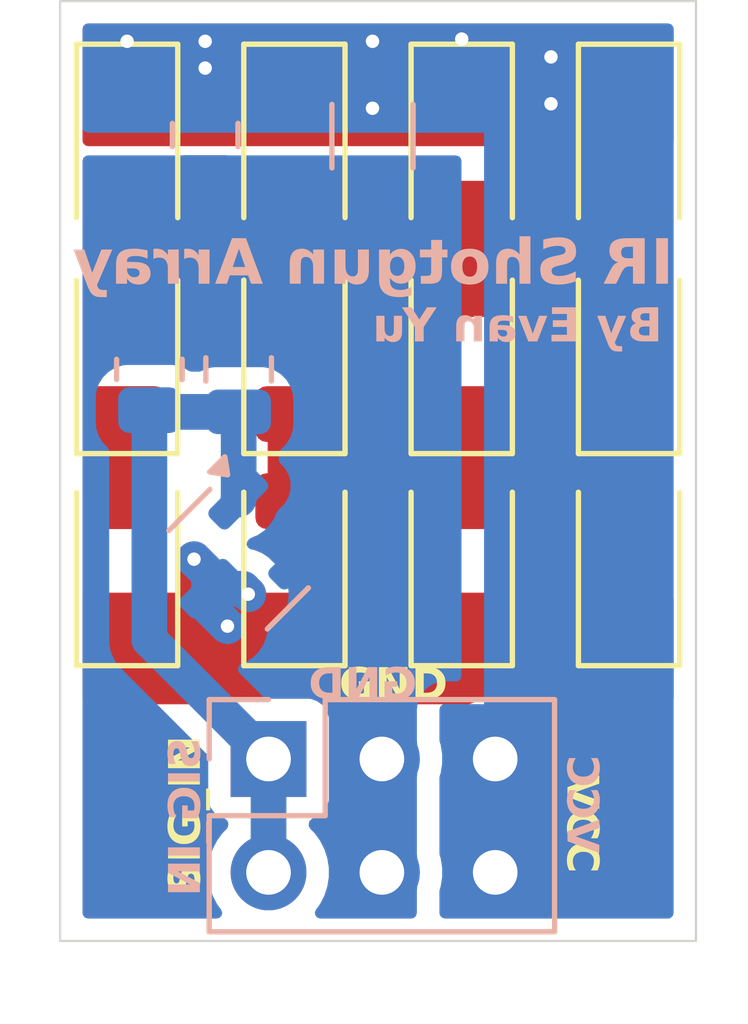
<source format=kicad_pcb>
(kicad_pcb (version 20241229) (generator "pcbnew") (generator_version "9.0")
  (layers (0 "F.Cu" signal) (2 "B.Cu" signal) (13 "F.Paste" user) (15 "B.Paste" user) (5 "F.SilkS" user "F.Silkscreen") (7 "B.SilkS" user "B.Silkscreen") (1 "F.Mask" user) (3 "B.Mask" user) (25 "Edge.Cuts" user))
  (net 0 "")
  (net 1 "VCC")
  (net 2 "GND")
  (net 3 "/SIG_IN")
  (net 4 "Net-(D1-A)")
  (net 5 "Net-(D1-K)")
  (net 6 "Net-(D2-K)")
  (net 7 "Net-(D3-K)")
  (net 8 "Net-(D3-A)")
  (net 9 "Net-(D5-A)")
  (net 10 "Net-(D5-K)")
  (net 11 "Net-(D7-K)")
  (net 12 "Net-(D7-A)")
  (footprint "LED_SMD:LED_1206_3216Metric" (layer "F.Cu") (at 116.25 59.25 -90)
    (property "Reference" "R2")
    (property "Value" "70")
    (fp_line (start -2.285 1.135) (end 1.6 1.135) (stroke (width 0.12)) (layer "F.SilkS"))
    (fp_line (start -2.285 -1.135) (end -2.285 1.135) (stroke (width 0.12)) (layer "F.SilkS"))
    (fp_line (start 1.6 -1.135) (end -2.285 -1.135) (stroke (width 0.12)) (layer "F.SilkS"))
    (pad "1" smd roundrect (at -1.399999 0 270) (size 1.25 1.75) (layers "F.Cu" "F.Mask" "F.Paste") (roundrect_rratio 0.2) (net 1 "VCC"))
    (pad "2" smd roundrect (at 1.399999 0 270) (size 1.25 1.75) (layers "F.Cu" "F.Mask" "F.Paste") (roundrect_rratio 0.2) (net 8 "Net-(D3-A)"))
  )
  (footprint "LED_SMD:LED_1206_3216Metric" (layer "F.Cu") (at 116.25 63.850001 90)
    (property "Reference" "D3")
    (property "Value" "LED")
    (fp_line (start 1.6 -1.135) (end -2.285 -1.135) (stroke (width 0.12)) (layer "F.SilkS"))
    (fp_line (start -2.285 -1.135) (end -2.285 1.135) (stroke (width 0.12)) (layer "F.SilkS"))
    (fp_line (start -2.285 1.135) (end 1.6 1.135) (stroke (width 0.12)) (layer "F.SilkS"))
    (pad "1" smd roundrect (at -1.399999 0 90) (size 1.25 1.75) (layers "F.Cu" "F.Mask" "F.Paste") (roundrect_rratio 0.2) (net 7 "Net-(D3-K)"))
    (pad "2" smd roundrect (at 1.399999 0 90) (size 1.25 1.75) (layers "F.Cu" "F.Mask" "F.Paste") (roundrect_rratio 0.2) (net 8 "Net-(D3-A)"))
  )
  (footprint "LED_SMD:LED_1206_3216Metric" (layer "F.Cu") (at 120 59.25 -90)
    (property "Reference" "R3")
    (property "Value" "70")
    (fp_line (start -2.285 1.135) (end 1.6 1.135) (stroke (width 0.12)) (layer "F.SilkS"))
    (fp_line (start -2.285 -1.135) (end -2.285 1.135) (stroke (width 0.12)) (layer "F.SilkS"))
    (fp_line (start 1.6 -1.135) (end -2.285 -1.135) (stroke (width 0.12)) (layer "F.SilkS"))
    (pad "1" smd roundrect (at -1.399999 0 270) (size 1.25 1.75) (layers "F.Cu" "F.Mask" "F.Paste") (roundrect_rratio 0.2) (net 1 "VCC"))
    (pad "2" smd roundrect (at 1.399999 0 270) (size 1.25 1.75) (layers "F.Cu" "F.Mask" "F.Paste") (roundrect_rratio 0.2) (net 9 "Net-(D5-A)"))
  )
  (footprint "LED_SMD:LED_1206_3216Metric" (layer "F.Cu") (at 120 63.850001 90)
    (property "Reference" "D5")
    (property "Value" "LED")
    (fp_line (start 1.6 -1.135) (end -2.285 -1.135) (stroke (width 0.12)) (layer "F.SilkS"))
    (fp_line (start -2.285 -1.135) (end -2.285 1.135) (stroke (width 0.12)) (layer "F.SilkS"))
    (fp_line (start -2.285 1.135) (end 1.6 1.135) (stroke (width 0.12)) (layer "F.SilkS"))
    (pad "1" smd roundrect (at -1.399999 0 90) (size 1.25 1.75) (layers "F.Cu" "F.Mask" "F.Paste") (roundrect_rratio 0.2) (net 10 "Net-(D5-K)"))
    (pad "2" smd roundrect (at 1.399999 0 90) (size 1.25 1.75) (layers "F.Cu" "F.Mask" "F.Paste") (roundrect_rratio 0.2) (net 9 "Net-(D5-A)"))
  )
  (footprint "LED_SMD:LED_1206_3216Metric" (layer "F.Cu") (at 112.5 63.850001 90)
    (property "Reference" "D1")
    (property "Value" "LED")
    (fp_line (start 1.6 -1.135) (end -2.285 -1.135) (stroke (width 0.12)) (layer "F.SilkS"))
    (fp_line (start -2.285 -1.135) (end -2.285 1.135) (stroke (width 0.12)) (layer "F.SilkS"))
    (fp_line (start -2.285 1.135) (end 1.6 1.135) (stroke (width 0.12)) (layer "F.SilkS"))
    (pad "1" smd roundrect (at -1.399999 0 90) (size 1.25 1.75) (layers "F.Cu" "F.Mask" "F.Paste") (roundrect_rratio 0.2) (net 5 "Net-(D1-K)"))
    (pad "2" smd roundrect (at 1.399999 0 90) (size 1.25 1.75) (layers "F.Cu" "F.Mask" "F.Paste") (roundrect_rratio 0.2) (net 4 "Net-(D1-A)"))
  )
  (footprint "LED_SMD:LED_1206_3216Metric" (layer "F.Cu") (at 116.25 68.600001 90)
    (property "Reference" "D4")
    (property "Value" "LED")
    (fp_line (start 1.6 -1.135) (end -2.285 -1.135) (stroke (width 0.12)) (layer "F.SilkS"))
    (fp_line (start -2.285 -1.135) (end -2.285 1.135) (stroke (width 0.12)) (layer "F.SilkS"))
    (fp_line (start -2.285 1.135) (end 1.6 1.135) (stroke (width 0.12)) (layer "F.SilkS"))
    (pad "1" smd roundrect (at -1.399999 0 90) (size 1.25 1.75) (layers "F.Cu" "F.Mask" "F.Paste") (roundrect_rratio 0.2) (net 6 "Net-(D2-K)"))
    (pad "2" smd roundrect (at 1.399999 0 90) (size 1.25 1.75) (layers "F.Cu" "F.Mask" "F.Paste") (roundrect_rratio 0.2) (net 7 "Net-(D3-K)"))
  )
  (footprint "LED_SMD:LED_1206_3216Metric" (layer "F.Cu") (at 112.5 68.600001 90)
    (property "Reference" "D2")
    (property "Value" "LED")
    (fp_line (start 1.6 -1.135) (end -2.285 -1.135) (stroke (width 0.12)) (layer "F.SilkS"))
    (fp_line (start -2.285 -1.135) (end -2.285 1.135) (stroke (width 0.12)) (layer "F.SilkS"))
    (fp_line (start -2.285 1.135) (end 1.6 1.135) (stroke (width 0.12)) (layer "F.SilkS"))
    (pad "1" smd roundrect (at -1.399999 0 90) (size 1.25 1.75) (layers "F.Cu" "F.Mask" "F.Paste") (roundrect_rratio 0.2) (net 6 "Net-(D2-K)"))
    (pad "2" smd roundrect (at 1.399999 0 90) (size 1.25 1.75) (layers "F.Cu" "F.Mask" "F.Paste") (roundrect_rratio 0.2) (net 5 "Net-(D1-K)"))
  )
  (footprint "LED_SMD:LED_1206_3216Metric" (layer "F.Cu") (at 112.5 59.25 -90)
    (property "Reference" "R1")
    (property "Value" "70")
    (fp_line (start -2.285 1.135) (end 1.6 1.135) (stroke (width 0.12)) (layer "F.SilkS"))
    (fp_line (start -2.285 -1.135) (end -2.285 1.135) (stroke (width 0.12)) (layer "F.SilkS"))
    (fp_line (start 1.6 -1.135) (end -2.285 -1.135) (stroke (width 0.12)) (layer "F.SilkS"))
    (pad "1" smd roundrect (at -1.399999 0 270) (size 1.25 1.75) (layers "F.Cu" "F.Mask" "F.Paste") (roundrect_rratio 0.2) (net 1 "VCC"))
    (pad "2" smd roundrect (at 1.399999 0 270) (size 1.25 1.75) (layers "F.Cu" "F.Mask" "F.Paste") (roundrect_rratio 0.2) (net 4 "Net-(D1-A)"))
  )
  (footprint "LED_SMD:LED_1206_3216Metric" (layer "F.Cu") (at 120 68.600001 90)
    (property "Reference" "D6")
    (property "Value" "LED")
    (fp_line (start 1.6 -1.135) (end -2.285 -1.135) (stroke (width 0.12)) (layer "F.SilkS"))
    (fp_line (start -2.285 -1.135) (end -2.285 1.135) (stroke (width 0.12)) (layer "F.SilkS"))
    (fp_line (start -2.285 1.135) (end 1.6 1.135) (stroke (width 0.12)) (layer "F.SilkS"))
    (pad "1" smd roundrect (at -1.399999 0 90) (size 1.25 1.75) (layers "F.Cu" "F.Mask" "F.Paste") (roundrect_rratio 0.2) (net 6 "Net-(D2-K)"))
    (pad "2" smd roundrect (at 1.399999 0 90) (size 1.25 1.75) (layers "F.Cu" "F.Mask" "F.Paste") (roundrect_rratio 0.2) (net 10 "Net-(D5-K)"))
  )
  (footprint "LED_SMD:LED_1206_3216Metric" (layer "F.Cu") (at 123.75 68.600001 90)
    (property "Reference" "D8")
    (property "Value" "LED")
    (fp_line (start 1.6 -1.135) (end -2.285 -1.135) (stroke (width 0.12)) (layer "F.SilkS"))
    (fp_line (start -2.285 -1.135) (end -2.285 1.135) (stroke (width 0.12)) (layer "F.SilkS"))
    (fp_line (start -2.285 1.135) (end 1.6 1.135) (stroke (width 0.12)) (layer "F.SilkS"))
    (pad "1" smd roundrect (at -1.399999 0 90) (size 1.25 1.75) (layers "F.Cu" "F.Mask" "F.Paste") (roundrect_rratio 0.2) (net 6 "Net-(D2-K)"))
    (pad "2" smd roundrect (at 1.399999 0 90) (size 1.25 1.75) (layers "F.Cu" "F.Mask" "F.Paste") (roundrect_rratio 0.2) (net 11 "Net-(D7-K)"))
  )
  (footprint "LED_SMD:LED_1206_3216Metric" (layer "F.Cu") (at 123.75 63.850001 90)
    (property "Reference" "D7")
    (property "Value" "LED")
    (fp_line (start 1.6 -1.135) (end -2.285 -1.135) (stroke (width 0.12)) (layer "F.SilkS"))
    (fp_line (start -2.285 -1.135) (end -2.285 1.135) (stroke (width 0.12)) (layer "F.SilkS"))
    (fp_line (start -2.285 1.135) (end 1.6 1.135) (stroke (width 0.12)) (layer "F.SilkS"))
    (pad "1" smd roundrect (at -1.399999 0 90) (size 1.25 1.75) (layers "F.Cu" "F.Mask" "F.Paste") (roundrect_rratio 0.2) (net 11 "Net-(D7-K)"))
    (pad "2" smd roundrect (at 1.399999 0 90) (size 1.25 1.75) (layers "F.Cu" "F.Mask" "F.Paste") (roundrect_rratio 0.2) (net 12 "Net-(D7-A)"))
  )
  (footprint "LED_SMD:LED_1206_3216Metric" (layer "F.Cu") (at 123.75 59.25 -90)
    (property "Reference" "R4")
    (property "Value" "70")
    (fp_line (start -2.285 1.135) (end 1.6 1.135) (stroke (width 0.12)) (layer "F.SilkS"))
    (fp_line (start -2.285 -1.135) (end -2.285 1.135) (stroke (width 0.12)) (layer "F.SilkS"))
    (fp_line (start 1.6 -1.135) (end -2.285 -1.135) (stroke (width 0.12)) (layer "F.SilkS"))
    (pad "1" smd roundrect (at -1.399999 0 270) (size 1.25 1.75) (layers "F.Cu" "F.Mask" "F.Paste") (roundrect_rratio 0.2) (net 1 "VCC"))
    (pad "2" smd roundrect (at 1.399999 0 270) (size 1.25 1.75) (layers "F.Cu" "F.Mask" "F.Paste") (roundrect_rratio 0.2) (net 12 "Net-(D7-A)"))
  )
  (footprint "Capacitor_SMD:C_0805_2012Metric" (layer "B.Cu") (at 115 64.25 90)
    (property "Reference" "C3")
    (property "Value" "10pF")
    (fp_line (start -0.261253 -0.735) (end 0.261253 -0.735) (stroke (width 0.12)) (layer "B.SilkS"))
    (fp_line (start -0.261253 0.735) (end 0.261253 0.735) (stroke (width 0.12)) (layer "B.SilkS"))
    (pad "1" smd roundrect (at -0.949999 0 90) (size 1 1.45) (layers "B.Cu" "B.Mask" "B.Paste") (net 3 "/SIG_IN"))
    (pad "2" smd roundrect (at 0.949999 0 90) (size 1 1.45) (layers "B.Cu" "B.Mask" "B.Paste") (net 2 "GND"))
  )
  (footprint "Capacitor_SMD:C_1206_3216Metric" (layer "B.Cu") (at 118 59.024999 -90)
    (property "Reference" "C2")
    (property "Value" "10uF")
    (fp_line (start -0.711252 0.91) (end 0.711252 0.91) (stroke (width 0.12)) (layer "B.SilkS"))
    (fp_line (start -0.711252 -0.91) (end 0.711252 -0.91) (stroke (width 0.12)) (layer "B.SilkS"))
    (pad "1" smd roundrect (at -1.475001 0 270) (size 1.15 1.8) (layers "B.Cu" "B.Mask" "B.Paste") (roundrect_rratio 0.217391) (net 1 "VCC"))
    (pad "2" smd roundrect (at 1.475001 0 270) (size 1.15 1.8) (layers "B.Cu" "B.Mask" "B.Paste") (roundrect_rratio 0.217391) (net 2 "GND"))
  )
  (footprint "Capacitor_SMD:C_0805_2012Metric" (layer "B.Cu") (at 114.25 59 -90)
    (property "Reference" "C1")
    (property "Value" "0.1uF")
    (fp_line (start -0.261253 0.735) (end 0.261253 0.735) (stroke (width 0.12)) (layer "B.SilkS"))
    (fp_line (start -0.261253 -0.735) (end 0.261253 -0.735) (stroke (width 0.12)) (layer "B.SilkS"))
    (pad "1" smd roundrect (at -0.949999 0 270) (size 1 1.45) (layers "B.Cu" "B.Mask" "B.Paste") (net 1 "VCC"))
    (pad "2" smd roundrect (at 0.949999 0 270) (size 1 1.45) (layers "B.Cu" "B.Mask" "B.Paste") (net 2 "GND"))
  )
  (footprint "Connector_PinHeader_2.54mm:PinHeader_2x03_P2.54mm_Vertical" (layer "B.Cu") (at 115.670001 72.975 -90)
    (property "Reference" "J1")
    (property "Value" "Conn_02x03")
    (fp_line (start -1.33 1.33) (end 0 1.33) (stroke (width 0.12)) (layer "B.SilkS"))
    (fp_line (start 1.270001 1.33) (end 3.87 1.33) (stroke (width 0.12)) (layer "B.SilkS"))
    (fp_line (start 3.87 1.33) (end 3.87 -6.41) (stroke (width 0.12)) (layer "B.SilkS"))
    (fp_line (start -1.33 0) (end -1.33 1.33) (stroke (width 0.12)) (layer "B.SilkS"))
    (fp_line (start 1.27 -1.27) (end 1.270001 1.33) (stroke (width 0.12)) (layer "B.SilkS"))
    (fp_line (start -1.33 -1.270001) (end 1.27 -1.27) (stroke (width 0.12)) (layer "B.SilkS"))
    (fp_line (start -1.33 -1.270001) (end -1.33 -6.409999) (stroke (width 0.12)) (layer "B.SilkS"))
    (fp_line (start -1.33 -6.409999) (end 3.87 -6.41) (stroke (width 0.12)) (layer "B.SilkS"))
    (pad "1" thru_hole rect (at 0 0 270) (size 1.7 1.7) (drill 1) (layers "*.Cu" "*.Mask") (net 3 "/SIG_IN"))
    (pad "2" thru_hole oval (at 2.54 0 270) (size 1.7 1.7) (drill 1) (layers "*.Cu" "*.Mask") (net 3 "/SIG_IN"))
    (pad "3" thru_hole oval (at 0 -2.54 270) (size 1.7 1.7) (drill 1) (layers "*.Cu" "*.Mask") (net 2 "GND"))
    (pad "4" thru_hole oval (at 2.54 -2.54 270) (size 1.7 1.7) (drill 1) (layers "*.Cu" "*.Mask") (net 2 "GND"))
    (pad "5" thru_hole oval (at 0 -5.079999 270) (size 1.7 1.7) (drill 1) (layers "*.Cu" "*.Mask") (net 1 "VCC"))
    (pad "6" thru_hole oval (at 2.54 -5.08 270) (size 1.7 1.7) (drill 1) (layers "*.Cu" "*.Mask") (net 1 "VCC"))
  )
  (footprint "Package_TO_SOT_SMD:SOT-23" (layer "B.Cu") (at 115 68.5 -135)
    (property "Reference" "Q1")
    (property "Value" "AO3400A" (hide yes))
    (fp_line (start 0 1.560001) (end 0.65 1.56) (stroke (width 0.12)) (layer "B.SilkS"))
    (fp_line (start 0 1.560001) (end -0.65 1.56) (stroke (width 0.12)) (layer "B.SilkS"))
    (fp_line (start 0 -1.560001) (end 0.65 -1.56) (stroke (width 0.12)) (layer "B.SilkS"))
    (fp_line (start 0 -1.560001) (end -0.65 -1.56) (stroke (width 0.12)) (layer "B.SilkS"))
    (fp_poly (pts (xy -1.1625 1.51) (xy -1.4025 1.84) (xy -0.9225 1.839999) (xy -1.1625 1.51)) (stroke (width 0.12)) (fill yes) (layer "B.SilkS"))
    (pad "1" smd roundrect (at -0.9375 0.95 225) (size 1.475 0.6) (layers "B.Cu" "B.Mask" "B.Paste") (net 3 "/SIG_IN"))
    (pad "2" smd roundrect (at -0.9375 -0.95 225) (size 1.475 0.6) (layers "B.Cu" "B.Mask" "B.Paste") (net 2 "GND"))
    (pad "3" smd roundrect (at 0.937501 0 225) (size 1.475 0.6) (layers "B.Cu" "B.Mask" "B.Paste") (net 6 "Net-(D2-K)"))
  )
  (footprint "Resistor_SMD:R_0805_2012Metric" (layer "B.Cu") (at 113 64.25 90)
    (property "Reference" "R5")
    (property "Value" "10k")
    (fp_line (start -0.227064 -0.735) (end 0.227064 -0.735) (stroke (width 0.12)) (layer "B.SilkS"))
    (fp_line (start -0.227064 0.735) (end 0.227064 0.735) (stroke (width 0.12)) (layer "B.SilkS"))
    (pad "1" smd roundrect (at -0.9125 0 90) (size 1.025 1.4) (layers "B.Cu" "B.Mask" "B.Paste") (roundrect_rratio 0.243902) (net 3 "/SIG_IN"))
    (pad "2" smd roundrect (at 0.9125 0 90) (size 1.025 1.4) (layers "B.Cu" "B.Mask" "B.Paste") (roundrect_rratio 0.243902) (net 2 "GND"))
  )
  (gr_rect (start 111 56) (end 125.25 77.05) (stroke (width 0.05)) (fill no) (layer "Edge.Cuts"))
  (gr_text "GND" (at 117.25 71.75 0) (layer "F.SilkS") (effects (font (size 0.7 0.7) (thickness 0.1) (bold yes)) (justify left bottom)))
  (gr_text "VCC" (at 122.250001 73.337366 270) (layer "F.SilkS") (effects (font (size 0.7 0.7) (thickness 0.1) (bold yes)) (justify left bottom)))
  (gr_text "SIG_IN" (at 114.25 76 90) (layer "F.SilkS") (effects (font (size 0.7 0.7) (thickness 0.1) (bold yes)) (justify left bottom)))
  (gr_text "SIG_IN" (at 114.25 72.500002 90) (layer "B.SilkS") (effects (font (size 0.7 0.7) (thickness 0.1) (bold yes)) (justify left bottom mirror)))
  (gr_text "GND" (at 119 71.75 0) (layer "B.SilkS") (effects (font (size 0.7 0.7) (thickness 0.1) (bold yes)) (justify left bottom mirror)))
  (gr_text "By Evan Yu" (at 124.5 63.75 0) (layer "B.SilkS") (effects (font (size 0.75 0.75) (thickness 0.125) (bold yes)) (justify left bottom mirror)))
  (gr_text "VCC" (at 122.25 75.087366 270) (layer "B.SilkS") (effects (font (size 0.7 0.7) (thickness 0.1) (bold yes)) (justify left bottom mirror)))
  (gr_text "IR Shotgun Array" (at 124.75 62.5 0) (layer "B.SilkS") (effects (font (size 1 1) (thickness 0.2) (bold yes)) (justify left bottom mirror)))
  (via (at 112.5 56.9) (size 0.6) (drill 0.3) (layers "F.Cu" "B.Cu") (net 1))
  (via (at 118 58.4) (size 0.6) (drill 0.3) (layers "F.Cu" "B.Cu") (net 1))
  (via (at 118 56.9) (size 0.6) (drill 0.3) (layers "F.Cu" "B.Cu") (net 1))
  (via (at 114.25 57.5) (size 0.6) (drill 0.3) (layers "F.Cu" "B.Cu") (net 1))
  (via (at 120 56.85) (size 0.6) (drill 0.3) (layers "F.Cu" "B.Cu") (net 1))
  (via (at 122 58.3) (size 0.6) (drill 0.3) (layers "F.Cu" "B.Cu") (net 1))
  (via (at 122 57.25) (size 0.6) (drill 0.3) (layers "F.Cu" "B.Cu") (net 1))
  (via (at 114.25 56.9) (size 0.6) (drill 0.3) (layers "F.Cu" "B.Cu") (net 1))
  (segment (start 114.25 58.050001) (end 114.25 56.9) (width 0.8) (layer "B.Cu") (net 1))
  (segment (start 114.25 56.9) (end 114.25 57.5) (width 0.8) (layer "B.Cu") (net 1))
  (segment (start 118 58.4) (end 118 56.9) (width 0.8) (layer "B.Cu") (net 1))
  (segment (start 118 57.549998) (end 118 56.9) (width 0.8) (layer "B.Cu") (net 1))
  (segment (start 115.670001 72.975) (end 115.670001 75.515) (width 0.8) (layer "B.Cu") (net 3))
  (segment (start 113 65.1625) (end 113 70.304999) (width 0.8) (layer "B.Cu") (net 3))
  (segment (start 115 67.156497) (end 115 65.199999) (width 0.8) (layer "B.Cu") (net 3))
  (segment (start 113.037499 65.199999) (end 113 65.1625) (width 0.8) (layer "B.Cu") (net 3))
  (segment (start 115 65.199999) (end 113.037499 65.199999) (width 0.8) (layer "B.Cu") (net 3))
  (segment (start 114.991161 67.165336) (end 115 67.156497) (width 0.8) (layer "B.Cu") (net 3))
  (segment (start 113 70.304999) (end 115.670001 72.975) (width 0.8) (layer "B.Cu") (net 3))
  (segment (start 112.5 60.649999) (end 112.5 62.450002) (width 1.2) (layer "F.Cu") (net 4))
  (segment (start 112.5 65.25) (end 112.5 67.200002) (width 1.2) (layer "F.Cu") (net 5))
  (segment (start 114 68.5) (end 114 69.25) (width 0.8) (layer "F.Cu") (net 6))
  (segment (start 115.21645 69.53355) (end 114.75 70) (width 0.8) (layer "F.Cu") (net 6))
  (segment (start 114 69.25) (end 114.75 70) (width 0.8) (layer "F.Cu") (net 6))
  (segment (start 113 69.5) (end 112.5 70) (width 0.8) (layer "F.Cu") (net 6))
  (segment (start 115.21645 69.283551) (end 115.21645 69.53355) (width 0.8) (layer "F.Cu") (net 6))
  (via (at 114.75 70) (size 0.6) (drill 0.3) (layers "F.Cu" "B.Cu") (net 6))
  (via (at 115.21645 69.283551) (size 0.6) (drill 0.3) (layers "F.Cu" "B.Cu") (net 6))
  (via (at 114 68.5) (size 0.6) (drill 0.3) (layers "F.Cu" "B.Cu") (net 6))
  (segment (start 114.337087 69.162913) (end 114.337087 69.587087) (width 0.8) (layer "B.Cu") (net 6))
  (segment (start 114.337087 68.837087) (end 114 68.5) (width 0.8) (layer "B.Cu") (net 6))
  (segment (start 114.337087 69.162913) (end 114.337087 68.837087) (width 0.8) (layer "B.Cu") (net 6))
  (segment (start 115.095812 69.162913) (end 115.21645 69.283551) (width 0.8) (layer "B.Cu") (net 6))
  (segment (start 114.337087 69.162913) (end 115.095812 69.162913) (width 0.8) (layer "B.Cu") (net 6))
  (segment (start 114.337087 69.587087) (end 114.75 70) (width 0.8) (layer "B.Cu") (net 6))
  (segment (start 116.25 65.25) (end 116.25 67.200002) (width 1.2) (layer "F.Cu") (net 7))
  (segment (start 116.25 60.649999) (end 116.25 62.450002) (width 1.2) (layer "F.Cu") (net 8))
  (segment (start 120 60.649999) (end 120 62.450002) (width 1.2) (layer "F.Cu") (net 9))
  (segment (start 120 65.25) (end 120 67.200002) (width 1.2) (layer "F.Cu") (net 10))
  (segment (start 123.75 65.25) (end 123.75 67.200002) (width 1.2) (layer "F.Cu") (net 11))
  (segment (start 123.75 60.649999) (end 123.75 62.450002) (width 1.2) (layer "F.Cu") (net 12))
  (zone (net 1) (net_name "VCC") (layer "F.Cu") (priority 1) (connect_pads yes (clearance 0.5)) (min_thickness 0.25) (fill yes (thermal_gap 0.5) (thermal_bridge_width 0.5))
    (polygon (pts (xy 111.25 56) (xy 111.25 59.25) (xy 125 59.25) (xy 125 56)))
  )
  (zone (net 6) (net_name "Net-(D2-K)") (layer "F.Cu") (connect_pads yes (clearance 0.5)) (min_thickness 0.25) (fill yes (thermal_gap 0.5) (thermal_bridge_width 0.5))
    (polygon (pts (xy 111.25 69.25) (xy 111.25 71.75) (xy 125 71.75) (xy 125 69.25)))
  )
  (zone (net 2) (net_name "GND") (layer "B.Cu") (priority 1) (connect_pads yes (clearance 0.5)) (min_thickness 0.25) (fill yes (thermal_gap 0.5) (thermal_bridge_width 0.5))
    (polygon (pts (xy 111.05 56) (xy 111.05 76.55) (xy 125 76.55) (xy 125 56)))
  )
  (zone (net 1) (net_name "VCC") (layer "B.Cu") (priority 1) (connect_pads yes (clearance 0.5)) (min_thickness 0.25) (fill yes (thermal_gap 0.5) (thermal_bridge_width 0.5))
    (polygon (pts (xy 120.5 71.75) (xy 119.5 71.74) (xy 119.5 76.55) (xy 120.5 76.55) (xy 125 76.55) (xy 125 56) (xy 111.25 56) (xy 111.25 58.95) (xy 120.5 58.95)))
  )
)
</source>
